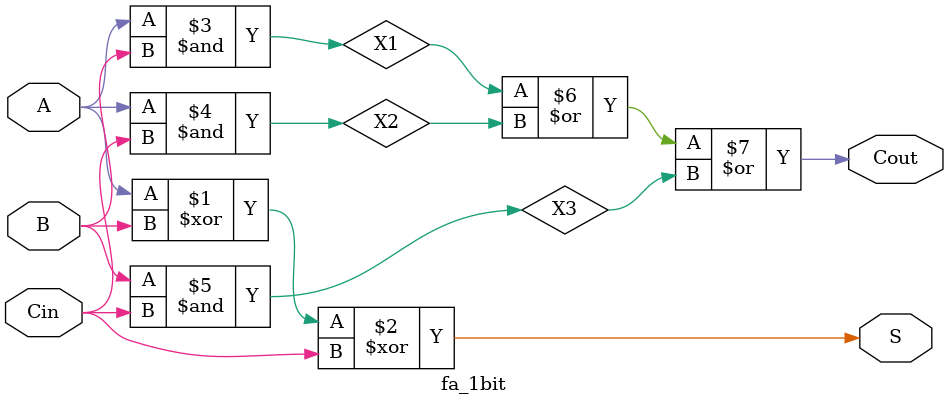
<source format=v>
module alu(data_operandA, data_operandB, ctrl_ALUopcode, ctrl_shiftamt, data_result, isNotEqual, isLessThan, overflow);

   input [31:0] data_operandA, data_operandB;
   input [4:0] ctrl_ALUopcode, ctrl_shiftamt;

   output [31:0] data_result;
   output isNotEqual, isLessThan, overflow;

	wire cout;
	wire [31:0] outputB;
	wire [31:0] notB;
	genvar i;

	generate
		for (i=0;i<32;i=i+1) begin: notgate
			not(notB[i], data_operandB[i]);
		end
	endgenerate	

	
	assign outputB=ctrl_ALUopcode?notB:data_operandB;
   fa_32bit fa_32bit1(data_operandA,outputB,ctrl_ALUopcode,overflow,data_result);

endmodule

module fa_32bit(a,b,ctrl_ALUopcode,ovf,sum);
	input [31:0] a,b;
	input [4:0]ctrl_ALUopcode;
	
	output ovf;
	output[31:0] sum;
	
	wire cin;
	assign cin=ctrl_ALUopcode?1:0;
	wire cout16;
	wire cout;
	wire [15:0] sum1;
	wire cout1;
	wire cout2;
	wire [15:0] sum2;
	
	fa_16bit fa_16bit1(a[15:0],b[15:0],cin,cout16,sum[15:0]);
	fa_16bit fa_16bit2(a[31:16],b[31:16],0,cout1,sum1);
	fa_16bit fa_16bit3(a[31:16],b[31:16],1,cout2,sum2);
	assign sum[31:16]=cout16?sum2:sum1;
	assign cout=cout16?cout2:cout1;
	
	wire sum31;
	wire cin31;
	xor xor_gate1(sum31,a[31],b[31]);
	xor xor_gate2(cin31,sum[31],sum31);
	xor xor_gate3(ovf,cin31,cout);
	
endmodule	


module fa_16bit(A,B,Cin,Cout,S);

	input [15:0] A,B;
	input Cin;
	output [15:0] S;
	output Cout;
	
	wire [14:0] Carry;
	
	fa_1bit fa0(
		.A(A[0]),
		.B(B[0]),
		.Cin(Cin),
		.S(S[0]),
		.Cout(Carry[0])
	);
	
	fa_1bit fa1(
		.A(A[1]),
		.B(B[1]),
		.Cin(Carry[0]),
		.S(S[1]),
		.Cout(Carry[1])
	);
	
	fa_1bit fa2(
		.A(A[2]),
		.B(B[2]),
		.Cin(Carry[1]),
		.S(S[2]),
		.Cout(Carry[2])
	);
	
	fa_1bit fa3(
		.A(A[3]),
		.B(B[3]),
		.Cin(Carry[2]),
		.S(S[3]),
		.Cout(Carry[3])
	);

	fa_1bit fa4(
		.A(A[4]),
		.B(B[4]),
		.Cin(Carry[3]),
		.S(S[4]),
		.Cout(Carry[4])
	);

	fa_1bit fa5(
		.A(A[5]),
		.B(B[5]),
		.Cin(Carry[4]),
		.S(S[5]),
		.Cout(Carry[5])
	);

	fa_1bit fa6(
		.A(A[6]),
		.B(B[6]),
		.Cin(Carry[5]),
		.S(S[6]),
		.Cout(Carry[6])
	);

	fa_1bit fa7(
		.A(A[7]),
		.B(B[7]),
		.Cin(Carry[6]),
		.S(S[7]),
		.Cout(Carry[7])
	);

	fa_1bit fa8(
		.A(A[8]),
		.B(B[8]),
		.Cin(Carry[7]),
		.S(S[8]),
		.Cout(Carry[8])
	);

	fa_1bit fa9(
		.A(A[9]),
		.B(B[9]),
		.Cin(Carry[8]),
		.S(S[9]),
		.Cout(Carry[9])
	);

	fa_1bit fa10(
		.A(A[10]),
		.B(B[10]),
		.Cin(Carry[9]),
		.S(S[10]),
		.Cout(Carry[10])
	);

	fa_1bit fa11(
		.A(A[11]),
		.B(B[11]),
		.Cin(Carry[10]),
		.S(S[11]),
		.Cout(Carry[11])
	);

	fa_1bit fa12(
		.A(A[12]),
		.B(B[12]),
		.Cin(Carry[11]),
		.S(S[12]),
		.Cout(Carry[12])
	);

	fa_1bit fa13(
		.A(A[13]),
		.B(B[13]),
		.Cin(Carry[12]),
		.S(S[13]),
		.Cout(Carry[13])
	);

	fa_1bit fa14(
		.A(A[14]),
		.B(B[14]),
		.Cin(Carry[13]),
		.S(S[14]),
		.Cout(Carry[14])
	);

	fa_1bit fa15(
		.A(A[15]),
		.B(B[15]),
		.Cin(Carry[14]),
		.S(S[15]),
		.Cout(Cout)
	);

endmodule

module fa_1bit(A, B, Cin, S, Cout);
	input A, B, Cin;
	output S, Cout;
	wire X1, X2, X3;
	
	xor xor1(S, A, B, Cin);
	and and1(X1, A, B);
	and and2(X2, A, Cin);
	and and3(X3, B, Cin);
	or or1(Cout, X1, X2, X3);

endmodule 
</source>
